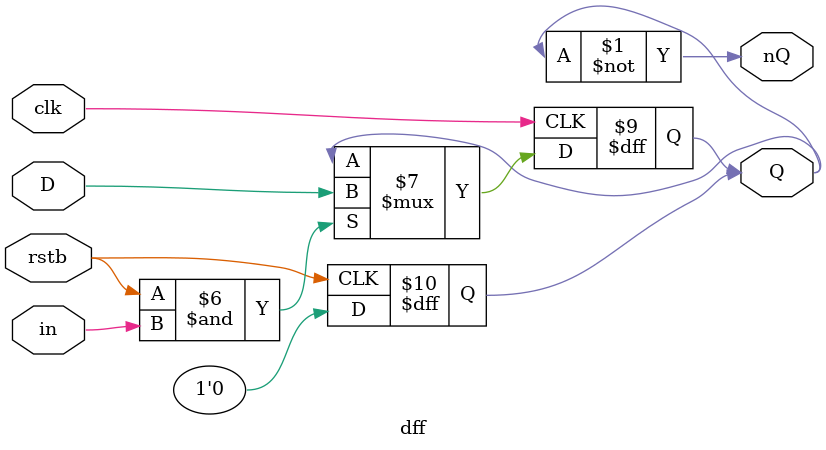
<source format=v>
module dff(clk, rstb, in, D, Q, nQ);
	
	parameter N = 2;
	parameter K = 4;
	parameter J = 3;

	// Define input buses and signals
	input clk; // Clock signal
	input rstb; // Reset signal
	input in; // Enable signal (enables change of the data)
	input D; // D input (1-bit)

	// Define output buses and signals
	output reg Q; // Q output (1-bit)
	output wire nQ; // ~Q

	assign nQ = ~Q;

	always @(negedge rstb) begin
		Q <= 1'b0;
	end

	always @(posedge clk)
	begin
		// if reset, go to 0
		if ((rstb == 1'b1) & (in == 1'b1)) begin
			Q <= D;
		end
	end

endmodule
</source>
